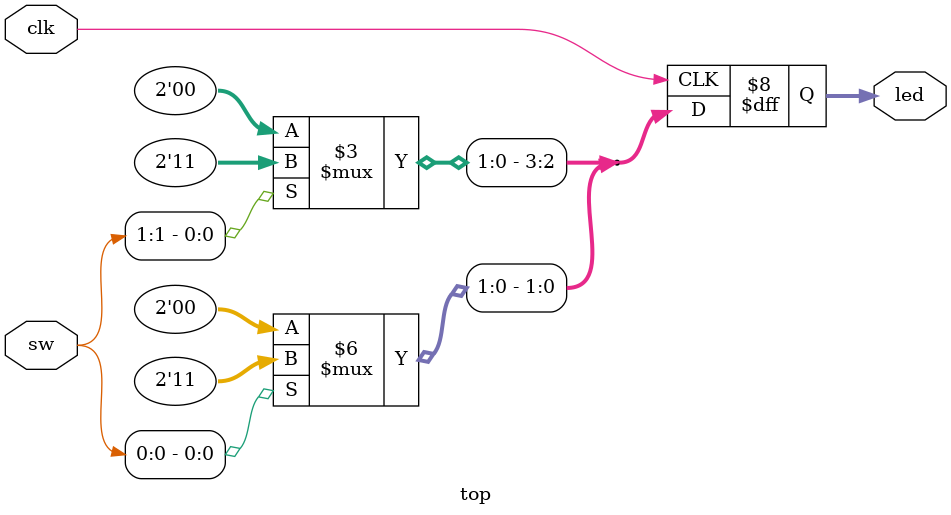
<source format=sv>

`default_nettype none
`timescale 1ns / 1ps

module top (
    input wire logic clk,
    input wire logic [3:0] sw,
    output     logic [3:0] led
    );
    
    always_ff @(posedge clk) begin
        if (sw[0]) begin
            led[1:0] <= 2'b11;
        end else begin
            led[1:0] <= 2'b00;
        end

        if (sw[1]) begin
            led[3:2] <= 2'b11;
        end else begin
            led[3:2] <= 2'b00;
        end
    end
endmodule

</source>
